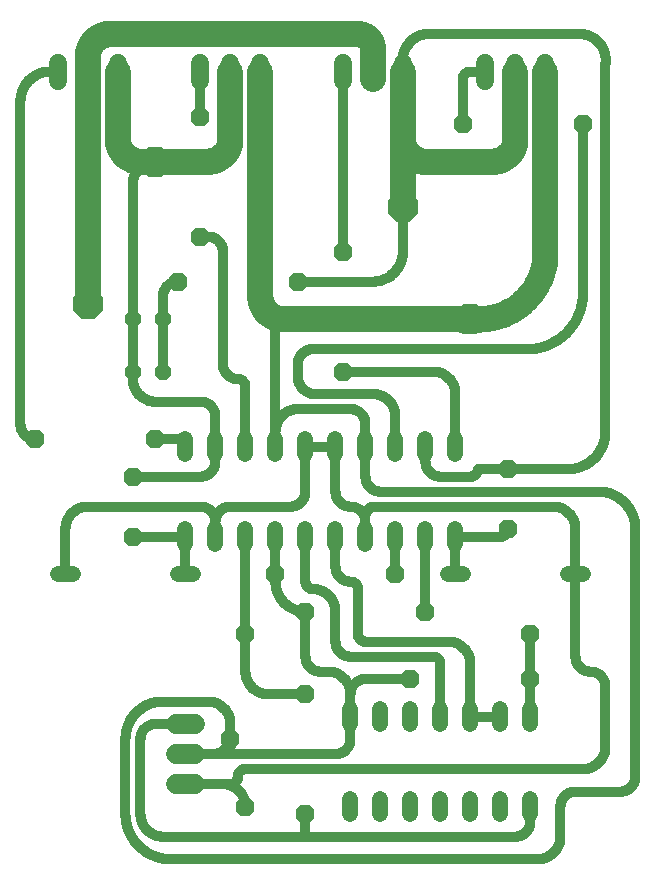
<source format=gbl>
G75*
%MOMM*%
%OFA0B0*%
%FSLAX33Y33*%
%IPPOS*%
%LPD*%
%AMOC8*
5,1,8,0,0,1.08239X$1,22.5*
%
%ADD10C,1.676*%
%ADD11C,1.321*%
%ADD12OC8,1.600*%
%ADD13OC8,1.321*%
%ADD14C,1.524*%
%ADD15OC8,2.540*%
%ADD16C,0.813*%
%ADD17C,0.610*%
%ADD18C,2.184*%
D10*
X19253Y08661D02*
X20930Y08661D01*
X20930Y11201D02*
X19253Y11201D01*
X19253Y13741D02*
X20930Y13741D01*
D11*
X20752Y26441D02*
X19431Y26441D01*
X20091Y28956D02*
X20091Y30277D01*
X22631Y30277D02*
X22631Y28956D01*
X25171Y28956D02*
X25171Y30277D01*
X27711Y30277D02*
X27711Y28956D01*
X30251Y28956D02*
X30251Y30277D01*
X32791Y30277D02*
X32791Y28956D01*
X35331Y28956D02*
X35331Y30277D01*
X37871Y30277D02*
X37871Y28956D01*
X40411Y28956D02*
X40411Y30277D01*
X42951Y30277D02*
X42951Y28956D01*
X42291Y26441D02*
X43612Y26441D01*
X42951Y36576D02*
X42951Y37897D01*
X40411Y37897D02*
X40411Y36576D01*
X37871Y36576D02*
X37871Y37897D01*
X35331Y37897D02*
X35331Y36576D01*
X32791Y36576D02*
X32791Y37897D01*
X30251Y37897D02*
X30251Y36576D01*
X27711Y36576D02*
X27711Y37897D01*
X25171Y37897D02*
X25171Y36576D01*
X22631Y36576D02*
X22631Y37897D01*
X20091Y37897D02*
X20091Y36576D01*
X10592Y26441D02*
X09271Y26441D01*
X34061Y15037D02*
X34061Y13716D01*
X36601Y13716D02*
X36601Y15037D01*
X39141Y15037D02*
X39141Y13716D01*
X41681Y13716D02*
X41681Y15037D01*
X44221Y15037D02*
X44221Y13716D01*
X46761Y13716D02*
X46761Y15037D01*
X49301Y15037D02*
X49301Y13716D01*
X49301Y07417D02*
X49301Y06096D01*
X46761Y06096D02*
X46761Y07417D01*
X44221Y07417D02*
X44221Y06096D01*
X41681Y06096D02*
X41681Y07417D01*
X39141Y07417D02*
X39141Y06096D01*
X36601Y06096D02*
X36601Y07417D01*
X34061Y07417D02*
X34061Y06096D01*
X52451Y26441D02*
X53772Y26441D01*
D12*
X49301Y21361D03*
X49301Y17551D03*
X40411Y23266D03*
X37871Y26441D03*
X39141Y17551D03*
X30251Y16281D03*
X25171Y21361D03*
X27711Y26441D03*
X30251Y23266D03*
X23901Y12471D03*
X25171Y06756D03*
X30251Y06121D03*
X15646Y29616D03*
X15646Y34696D03*
X17551Y37871D03*
X07391Y37871D03*
X19456Y51206D03*
X21361Y55016D03*
X29616Y51206D03*
X33426Y53746D03*
X33426Y43586D03*
X47396Y35331D03*
X47396Y30251D03*
X43586Y64541D03*
X53746Y64541D03*
X21361Y65176D03*
D13*
X18186Y48031D03*
X15646Y48031D03*
X15646Y43586D03*
X18186Y43586D03*
D14*
X21361Y68224D02*
X21361Y69748D01*
X23901Y69748D02*
X23901Y68224D01*
X26441Y68224D02*
X26441Y69748D01*
X33426Y69748D02*
X33426Y68224D01*
X35966Y68224D02*
X35966Y69748D01*
X38506Y69748D02*
X38506Y68224D01*
X45491Y68224D02*
X45491Y69748D01*
X48031Y69748D02*
X48031Y68224D01*
X50571Y68224D02*
X50571Y69748D01*
X14376Y69748D02*
X14376Y68224D01*
X11836Y68224D02*
X11836Y69748D01*
X09296Y69748D02*
X09296Y68224D01*
D15*
X17551Y61366D03*
X11836Y49301D03*
X38506Y57556D03*
X44221Y48031D03*
D16*
X15011Y12471D02*
X15011Y06121D01*
X16281Y06121D02*
X16281Y12471D01*
X16283Y12540D01*
X16288Y12608D01*
X16298Y12676D01*
X16311Y12744D01*
X16327Y12811D01*
X16347Y12877D01*
X16371Y12941D01*
X16398Y13004D01*
X16429Y13066D01*
X16463Y13126D01*
X16500Y13184D01*
X16540Y13240D01*
X16583Y13293D01*
X16629Y13344D01*
X16678Y13393D01*
X16729Y13439D01*
X16782Y13482D01*
X16838Y13522D01*
X16896Y13559D01*
X16956Y13593D01*
X17018Y13624D01*
X17081Y13651D01*
X17145Y13675D01*
X17211Y13695D01*
X17278Y13711D01*
X17346Y13724D01*
X17414Y13734D01*
X17482Y13739D01*
X17551Y13741D01*
X20091Y13741D01*
X21996Y15646D02*
X22081Y15644D01*
X22167Y15638D01*
X22252Y15629D01*
X22336Y15615D01*
X22420Y15598D01*
X22503Y15577D01*
X22585Y15553D01*
X22665Y15525D01*
X22745Y15493D01*
X22823Y15457D01*
X22899Y15419D01*
X22973Y15376D01*
X23045Y15331D01*
X23116Y15282D01*
X23184Y15230D01*
X23249Y15176D01*
X23312Y15118D01*
X23373Y15057D01*
X23431Y14994D01*
X23485Y14929D01*
X23537Y14861D01*
X23586Y14790D01*
X23631Y14718D01*
X23674Y14644D01*
X23712Y14568D01*
X23748Y14490D01*
X23780Y14410D01*
X23808Y14330D01*
X23832Y14248D01*
X23853Y14165D01*
X23870Y14081D01*
X23884Y13997D01*
X23893Y13912D01*
X23899Y13826D01*
X23901Y13741D01*
X23901Y13106D01*
X23901Y12471D02*
X23919Y12413D01*
X23933Y12354D01*
X23943Y12295D01*
X23950Y12234D01*
X23953Y12174D01*
X23952Y12113D01*
X23948Y12053D01*
X23940Y11992D01*
X23928Y11933D01*
X23913Y11874D01*
X23895Y11817D01*
X23872Y11760D01*
X23847Y11705D01*
X23818Y11652D01*
X23786Y11600D01*
X23751Y11550D01*
X23713Y11503D01*
X23673Y11458D01*
X23629Y11416D01*
X23584Y11376D01*
X23535Y11339D01*
X23485Y11305D01*
X23433Y11274D01*
X23379Y11247D01*
X23323Y11222D01*
X23266Y11202D01*
X23266Y11201D02*
X20091Y11201D01*
X22631Y11201D01*
X32791Y11201D01*
X32860Y11203D01*
X32928Y11208D01*
X32996Y11218D01*
X33064Y11231D01*
X33131Y11247D01*
X33197Y11267D01*
X33261Y11291D01*
X33324Y11318D01*
X33386Y11349D01*
X33446Y11383D01*
X33504Y11420D01*
X33560Y11460D01*
X33613Y11503D01*
X33664Y11549D01*
X33713Y11598D01*
X33759Y11649D01*
X33802Y11702D01*
X33842Y11758D01*
X33879Y11816D01*
X33913Y11876D01*
X33944Y11938D01*
X33971Y12001D01*
X33995Y12065D01*
X34015Y12131D01*
X34031Y12198D01*
X34044Y12266D01*
X34054Y12334D01*
X34059Y12402D01*
X34061Y12471D01*
X34061Y14376D01*
X34061Y16281D01*
X34063Y16350D01*
X34068Y16418D01*
X34078Y16486D01*
X34091Y16554D01*
X34107Y16621D01*
X34127Y16687D01*
X34151Y16751D01*
X34178Y16814D01*
X34209Y16876D01*
X34243Y16936D01*
X34280Y16994D01*
X34320Y17050D01*
X34363Y17103D01*
X34409Y17154D01*
X34458Y17203D01*
X34509Y17249D01*
X34562Y17292D01*
X34618Y17332D01*
X34676Y17369D01*
X34736Y17403D01*
X34798Y17434D01*
X34861Y17461D01*
X34925Y17485D01*
X34991Y17505D01*
X35058Y17521D01*
X35126Y17534D01*
X35194Y17544D01*
X35262Y17549D01*
X35331Y17551D01*
X39141Y17551D01*
X41046Y19456D02*
X41093Y19454D01*
X41141Y19449D01*
X41187Y19440D01*
X41233Y19428D01*
X41278Y19412D01*
X41322Y19393D01*
X41364Y19371D01*
X41404Y19346D01*
X41442Y19317D01*
X41478Y19286D01*
X41511Y19253D01*
X41542Y19217D01*
X41571Y19179D01*
X41596Y19139D01*
X41618Y19097D01*
X41637Y19053D01*
X41653Y19008D01*
X41665Y18962D01*
X41674Y18916D01*
X41679Y18868D01*
X41681Y18821D01*
X41681Y14376D01*
X44221Y14376D02*
X44221Y18821D01*
X44219Y18906D01*
X44213Y18992D01*
X44204Y19077D01*
X44190Y19161D01*
X44173Y19245D01*
X44152Y19328D01*
X44128Y19410D01*
X44100Y19490D01*
X44068Y19570D01*
X44032Y19648D01*
X43994Y19724D01*
X43951Y19798D01*
X43906Y19870D01*
X43857Y19941D01*
X43805Y20009D01*
X43751Y20074D01*
X43693Y20137D01*
X43632Y20198D01*
X43569Y20256D01*
X43504Y20310D01*
X43436Y20362D01*
X43365Y20411D01*
X43293Y20456D01*
X43219Y20499D01*
X43143Y20537D01*
X43065Y20573D01*
X42985Y20605D01*
X42905Y20633D01*
X42823Y20657D01*
X42740Y20678D01*
X42656Y20695D01*
X42572Y20709D01*
X42487Y20718D01*
X42401Y20724D01*
X42316Y20726D01*
X35331Y20726D01*
X35284Y20728D01*
X35236Y20733D01*
X35190Y20742D01*
X35144Y20754D01*
X35099Y20770D01*
X35055Y20789D01*
X35014Y20811D01*
X34973Y20836D01*
X34935Y20865D01*
X34899Y20896D01*
X34866Y20929D01*
X34835Y20965D01*
X34806Y21003D01*
X34781Y21044D01*
X34759Y21085D01*
X34740Y21129D01*
X34724Y21174D01*
X34712Y21220D01*
X34703Y21266D01*
X34698Y21314D01*
X34696Y21361D01*
X34696Y25171D01*
X34694Y25218D01*
X34689Y25266D01*
X34680Y25312D01*
X34668Y25358D01*
X34652Y25403D01*
X34633Y25447D01*
X34611Y25489D01*
X34586Y25529D01*
X34557Y25567D01*
X34526Y25603D01*
X34493Y25636D01*
X34457Y25667D01*
X34419Y25696D01*
X34379Y25721D01*
X34337Y25743D01*
X34293Y25762D01*
X34248Y25778D01*
X34202Y25790D01*
X34156Y25799D01*
X34108Y25804D01*
X34061Y25806D01*
X33992Y25808D01*
X33924Y25813D01*
X33856Y25823D01*
X33788Y25836D01*
X33721Y25852D01*
X33655Y25872D01*
X33591Y25896D01*
X33528Y25923D01*
X33466Y25954D01*
X33406Y25988D01*
X33348Y26025D01*
X33292Y26065D01*
X33239Y26108D01*
X33188Y26154D01*
X33139Y26203D01*
X33093Y26254D01*
X33050Y26307D01*
X33010Y26363D01*
X32973Y26421D01*
X32939Y26481D01*
X32908Y26543D01*
X32881Y26606D01*
X32857Y26670D01*
X32837Y26736D01*
X32821Y26803D01*
X32808Y26871D01*
X32798Y26939D01*
X32793Y27007D01*
X32791Y27076D01*
X32791Y29616D01*
X35331Y30886D02*
X35329Y30955D01*
X35324Y31023D01*
X35314Y31091D01*
X35301Y31159D01*
X35285Y31226D01*
X35265Y31292D01*
X35241Y31356D01*
X35214Y31419D01*
X35183Y31481D01*
X35149Y31541D01*
X35112Y31599D01*
X35072Y31655D01*
X35029Y31708D01*
X34983Y31759D01*
X34934Y31808D01*
X34883Y31854D01*
X34830Y31897D01*
X34774Y31937D01*
X34716Y31974D01*
X34656Y32008D01*
X34594Y32039D01*
X34531Y32066D01*
X34467Y32090D01*
X34401Y32110D01*
X34334Y32126D01*
X34266Y32139D01*
X34198Y32149D01*
X34130Y32154D01*
X34061Y32156D01*
X33992Y32158D01*
X33924Y32163D01*
X33856Y32173D01*
X33788Y32186D01*
X33721Y32202D01*
X33655Y32222D01*
X33591Y32246D01*
X33528Y32273D01*
X33466Y32304D01*
X33406Y32338D01*
X33348Y32375D01*
X33292Y32415D01*
X33239Y32458D01*
X33188Y32504D01*
X33139Y32553D01*
X33093Y32604D01*
X33050Y32657D01*
X33010Y32713D01*
X32973Y32771D01*
X32939Y32831D01*
X32908Y32893D01*
X32881Y32956D01*
X32857Y33020D01*
X32837Y33086D01*
X32821Y33153D01*
X32808Y33221D01*
X32798Y33289D01*
X32793Y33357D01*
X32791Y33426D01*
X32791Y37236D01*
X30251Y37236D01*
X30251Y33426D01*
X30249Y33357D01*
X30244Y33289D01*
X30234Y33221D01*
X30221Y33153D01*
X30205Y33086D01*
X30185Y33020D01*
X30161Y32956D01*
X30134Y32893D01*
X30103Y32831D01*
X30069Y32771D01*
X30032Y32713D01*
X29992Y32657D01*
X29949Y32604D01*
X29903Y32553D01*
X29854Y32504D01*
X29803Y32458D01*
X29750Y32415D01*
X29694Y32375D01*
X29636Y32338D01*
X29576Y32304D01*
X29514Y32273D01*
X29451Y32246D01*
X29387Y32222D01*
X29321Y32202D01*
X29254Y32186D01*
X29186Y32173D01*
X29118Y32163D01*
X29050Y32158D01*
X28981Y32156D01*
X23901Y32156D01*
X23832Y32154D01*
X23764Y32149D01*
X23696Y32139D01*
X23628Y32126D01*
X23561Y32110D01*
X23495Y32090D01*
X23431Y32066D01*
X23368Y32039D01*
X23306Y32008D01*
X23246Y31974D01*
X23188Y31937D01*
X23132Y31897D01*
X23079Y31854D01*
X23028Y31808D01*
X22979Y31759D01*
X22933Y31708D01*
X22890Y31655D01*
X22850Y31599D01*
X22813Y31541D01*
X22779Y31481D01*
X22748Y31419D01*
X22721Y31356D01*
X22697Y31292D01*
X22677Y31226D01*
X22661Y31159D01*
X22648Y31091D01*
X22638Y31023D01*
X22633Y30955D01*
X22631Y30886D01*
X22631Y29616D01*
X22631Y30886D02*
X22629Y30955D01*
X22624Y31023D01*
X22614Y31091D01*
X22601Y31159D01*
X22585Y31226D01*
X22565Y31292D01*
X22541Y31356D01*
X22514Y31419D01*
X22483Y31481D01*
X22449Y31541D01*
X22412Y31599D01*
X22372Y31655D01*
X22329Y31708D01*
X22283Y31759D01*
X22234Y31808D01*
X22183Y31854D01*
X22130Y31897D01*
X22074Y31937D01*
X22016Y31974D01*
X21956Y32008D01*
X21894Y32039D01*
X21831Y32066D01*
X21767Y32090D01*
X21701Y32110D01*
X21634Y32126D01*
X21566Y32139D01*
X21498Y32149D01*
X21430Y32154D01*
X21361Y32156D01*
X11836Y32156D01*
X11751Y32154D01*
X11665Y32148D01*
X11580Y32139D01*
X11496Y32125D01*
X11412Y32108D01*
X11329Y32087D01*
X11247Y32063D01*
X11167Y32035D01*
X11087Y32003D01*
X11009Y31967D01*
X10933Y31929D01*
X10859Y31886D01*
X10787Y31841D01*
X10716Y31792D01*
X10648Y31740D01*
X10583Y31686D01*
X10520Y31628D01*
X10459Y31567D01*
X10401Y31504D01*
X10347Y31439D01*
X10295Y31371D01*
X10246Y31300D01*
X10201Y31228D01*
X10158Y31154D01*
X10120Y31078D01*
X10084Y31000D01*
X10052Y30920D01*
X10024Y30840D01*
X10000Y30758D01*
X09979Y30675D01*
X09962Y30591D01*
X09948Y30507D01*
X09939Y30422D01*
X09933Y30336D01*
X09931Y30251D01*
X09931Y26441D01*
X15646Y29616D02*
X20091Y29616D01*
X20091Y26441D01*
X25171Y29616D02*
X25171Y20726D01*
X25171Y18186D01*
X25173Y18101D01*
X25179Y18015D01*
X25188Y17930D01*
X25202Y17846D01*
X25219Y17762D01*
X25240Y17679D01*
X25264Y17597D01*
X25292Y17517D01*
X25324Y17437D01*
X25360Y17359D01*
X25398Y17283D01*
X25441Y17209D01*
X25486Y17137D01*
X25535Y17066D01*
X25587Y16998D01*
X25641Y16933D01*
X25699Y16870D01*
X25760Y16809D01*
X25823Y16751D01*
X25888Y16697D01*
X25956Y16645D01*
X26027Y16596D01*
X26099Y16551D01*
X26173Y16508D01*
X26249Y16470D01*
X26327Y16434D01*
X26407Y16402D01*
X26487Y16374D01*
X26569Y16350D01*
X26652Y16329D01*
X26736Y16312D01*
X26820Y16298D01*
X26905Y16289D01*
X26991Y16283D01*
X27076Y16281D01*
X30251Y16281D01*
X31521Y18186D02*
X32156Y18186D01*
X31521Y18186D02*
X31452Y18188D01*
X31384Y18193D01*
X31316Y18203D01*
X31248Y18216D01*
X31181Y18232D01*
X31115Y18252D01*
X31051Y18276D01*
X30988Y18303D01*
X30926Y18334D01*
X30866Y18368D01*
X30808Y18405D01*
X30752Y18445D01*
X30699Y18488D01*
X30648Y18534D01*
X30599Y18583D01*
X30553Y18634D01*
X30510Y18687D01*
X30470Y18743D01*
X30433Y18801D01*
X30399Y18861D01*
X30368Y18923D01*
X30341Y18986D01*
X30317Y19050D01*
X30297Y19116D01*
X30281Y19183D01*
X30268Y19251D01*
X30258Y19319D01*
X30253Y19387D01*
X30251Y19456D01*
X30251Y23266D01*
X30886Y25171D02*
X30971Y25169D01*
X31057Y25163D01*
X31142Y25154D01*
X31226Y25140D01*
X31310Y25123D01*
X31393Y25102D01*
X31475Y25078D01*
X31555Y25050D01*
X31635Y25018D01*
X31713Y24982D01*
X31789Y24944D01*
X31863Y24901D01*
X31935Y24856D01*
X32006Y24807D01*
X32074Y24755D01*
X32139Y24701D01*
X32202Y24643D01*
X32263Y24582D01*
X32321Y24519D01*
X32375Y24454D01*
X32427Y24386D01*
X32476Y24315D01*
X32521Y24243D01*
X32564Y24169D01*
X32602Y24093D01*
X32638Y24015D01*
X32670Y23935D01*
X32698Y23855D01*
X32722Y23773D01*
X32743Y23690D01*
X32760Y23606D01*
X32774Y23522D01*
X32783Y23437D01*
X32789Y23351D01*
X32791Y23266D01*
X32791Y20726D01*
X32793Y20657D01*
X32798Y20589D01*
X32808Y20521D01*
X32821Y20453D01*
X32837Y20386D01*
X32857Y20320D01*
X32881Y20256D01*
X32908Y20193D01*
X32939Y20131D01*
X32973Y20071D01*
X33010Y20013D01*
X33050Y19957D01*
X33093Y19904D01*
X33139Y19853D01*
X33188Y19804D01*
X33239Y19758D01*
X33292Y19715D01*
X33348Y19675D01*
X33406Y19638D01*
X33466Y19604D01*
X33528Y19573D01*
X33591Y19546D01*
X33655Y19522D01*
X33721Y19502D01*
X33788Y19486D01*
X33856Y19473D01*
X33924Y19463D01*
X33992Y19458D01*
X34061Y19456D01*
X41046Y19456D01*
X40411Y23266D02*
X40411Y29616D01*
X37871Y29616D02*
X37871Y26441D01*
X35332Y30887D02*
X35314Y30945D01*
X35300Y31004D01*
X35290Y31063D01*
X35283Y31124D01*
X35280Y31184D01*
X35281Y31245D01*
X35285Y31305D01*
X35293Y31366D01*
X35305Y31425D01*
X35320Y31484D01*
X35338Y31541D01*
X35361Y31598D01*
X35386Y31653D01*
X35415Y31706D01*
X35447Y31758D01*
X35482Y31808D01*
X35520Y31855D01*
X35560Y31900D01*
X35604Y31942D01*
X35649Y31982D01*
X35698Y32019D01*
X35748Y32053D01*
X35800Y32084D01*
X35854Y32111D01*
X35910Y32136D01*
X35967Y32156D01*
X35966Y32156D02*
X51206Y32156D01*
X51291Y32154D01*
X51377Y32148D01*
X51462Y32139D01*
X51546Y32125D01*
X51630Y32108D01*
X51713Y32087D01*
X51795Y32063D01*
X51875Y32035D01*
X51955Y32003D01*
X52033Y31967D01*
X52109Y31929D01*
X52183Y31886D01*
X52255Y31841D01*
X52326Y31792D01*
X52394Y31740D01*
X52459Y31686D01*
X52522Y31628D01*
X52583Y31567D01*
X52641Y31504D01*
X52695Y31439D01*
X52747Y31371D01*
X52796Y31300D01*
X52841Y31228D01*
X52884Y31154D01*
X52922Y31078D01*
X52958Y31000D01*
X52990Y30920D01*
X53018Y30840D01*
X53042Y30758D01*
X53063Y30675D01*
X53080Y30591D01*
X53094Y30507D01*
X53103Y30422D01*
X53109Y30336D01*
X53111Y30251D01*
X53111Y26441D01*
X53111Y19456D01*
X53113Y19387D01*
X53118Y19319D01*
X53128Y19251D01*
X53141Y19183D01*
X53157Y19116D01*
X53177Y19050D01*
X53201Y18986D01*
X53228Y18923D01*
X53259Y18861D01*
X53293Y18801D01*
X53330Y18743D01*
X53370Y18687D01*
X53413Y18634D01*
X53459Y18583D01*
X53508Y18534D01*
X53559Y18488D01*
X53612Y18445D01*
X53668Y18405D01*
X53726Y18368D01*
X53786Y18334D01*
X53848Y18303D01*
X53911Y18276D01*
X53975Y18252D01*
X54041Y18232D01*
X54108Y18216D01*
X54176Y18203D01*
X54244Y18193D01*
X54312Y18188D01*
X54381Y18186D01*
X54450Y18184D01*
X54518Y18179D01*
X54586Y18169D01*
X54654Y18156D01*
X54721Y18140D01*
X54787Y18120D01*
X54851Y18096D01*
X54914Y18069D01*
X54976Y18038D01*
X55036Y18004D01*
X55094Y17967D01*
X55150Y17927D01*
X55203Y17884D01*
X55254Y17838D01*
X55303Y17789D01*
X55349Y17738D01*
X55392Y17685D01*
X55432Y17629D01*
X55469Y17571D01*
X55503Y17511D01*
X55534Y17449D01*
X55561Y17386D01*
X55585Y17322D01*
X55605Y17256D01*
X55621Y17189D01*
X55634Y17121D01*
X55644Y17053D01*
X55649Y16985D01*
X55651Y16916D01*
X55651Y11836D01*
X55649Y11751D01*
X55643Y11665D01*
X55634Y11580D01*
X55620Y11496D01*
X55603Y11412D01*
X55582Y11329D01*
X55558Y11247D01*
X55530Y11167D01*
X55498Y11087D01*
X55462Y11009D01*
X55424Y10933D01*
X55381Y10859D01*
X55336Y10787D01*
X55287Y10716D01*
X55235Y10648D01*
X55181Y10583D01*
X55123Y10520D01*
X55062Y10459D01*
X54999Y10401D01*
X54934Y10347D01*
X54866Y10295D01*
X54795Y10246D01*
X54723Y10201D01*
X54649Y10158D01*
X54573Y10120D01*
X54495Y10084D01*
X54415Y10052D01*
X54335Y10024D01*
X54253Y10000D01*
X54170Y09979D01*
X54086Y09962D01*
X54002Y09948D01*
X53917Y09939D01*
X53831Y09933D01*
X53746Y09931D01*
X25171Y09931D01*
X25124Y09929D01*
X25076Y09924D01*
X25030Y09915D01*
X24984Y09903D01*
X24939Y09887D01*
X24895Y09868D01*
X24854Y09846D01*
X24813Y09821D01*
X24775Y09792D01*
X24739Y09761D01*
X24706Y09728D01*
X24675Y09692D01*
X24646Y09654D01*
X24621Y09614D01*
X24599Y09572D01*
X24580Y09528D01*
X24564Y09483D01*
X24552Y09437D01*
X24543Y09391D01*
X24538Y09343D01*
X24536Y09296D01*
X24534Y09249D01*
X24529Y09201D01*
X24520Y09155D01*
X24508Y09109D01*
X24492Y09064D01*
X24473Y09020D01*
X24451Y08979D01*
X24426Y08938D01*
X24397Y08900D01*
X24366Y08864D01*
X24333Y08831D01*
X24297Y08800D01*
X24259Y08771D01*
X24219Y08746D01*
X24177Y08724D01*
X24133Y08705D01*
X24088Y08689D01*
X24042Y08677D01*
X23996Y08668D01*
X23948Y08663D01*
X23901Y08661D01*
X20091Y08661D01*
X23266Y08661D01*
X23351Y08659D01*
X23437Y08653D01*
X23522Y08644D01*
X23606Y08630D01*
X23690Y08613D01*
X23773Y08592D01*
X23855Y08568D01*
X23935Y08540D01*
X24015Y08508D01*
X24093Y08472D01*
X24169Y08434D01*
X24243Y08391D01*
X24315Y08346D01*
X24386Y08297D01*
X24454Y08245D01*
X24519Y08191D01*
X24582Y08133D01*
X24643Y08072D01*
X24701Y08009D01*
X24755Y07944D01*
X24807Y07876D01*
X24856Y07805D01*
X24901Y07733D01*
X24944Y07659D01*
X24982Y07583D01*
X25018Y07505D01*
X25050Y07425D01*
X25078Y07345D01*
X25102Y07263D01*
X25123Y07180D01*
X25140Y07096D01*
X25154Y07012D01*
X25163Y06927D01*
X25169Y06841D01*
X25171Y06756D01*
X30251Y06121D02*
X30251Y04216D01*
X18186Y04216D01*
X18821Y02311D02*
X49936Y02311D01*
X50021Y02313D01*
X50107Y02319D01*
X50192Y02328D01*
X50276Y02342D01*
X50360Y02359D01*
X50443Y02380D01*
X50525Y02404D01*
X50605Y02432D01*
X50685Y02464D01*
X50763Y02500D01*
X50839Y02538D01*
X50913Y02581D01*
X50985Y02626D01*
X51056Y02675D01*
X51124Y02727D01*
X51189Y02781D01*
X51252Y02839D01*
X51313Y02900D01*
X51371Y02963D01*
X51425Y03028D01*
X51477Y03096D01*
X51526Y03167D01*
X51571Y03239D01*
X51614Y03313D01*
X51652Y03389D01*
X51688Y03467D01*
X51720Y03547D01*
X51748Y03627D01*
X51772Y03709D01*
X51793Y03792D01*
X51810Y03876D01*
X51824Y03960D01*
X51833Y04045D01*
X51839Y04131D01*
X51841Y04216D01*
X51841Y06756D01*
X51843Y06825D01*
X51848Y06893D01*
X51858Y06961D01*
X51871Y07029D01*
X51887Y07096D01*
X51907Y07162D01*
X51931Y07226D01*
X51958Y07289D01*
X51989Y07351D01*
X52023Y07411D01*
X52060Y07469D01*
X52100Y07525D01*
X52143Y07578D01*
X52189Y07629D01*
X52238Y07678D01*
X52289Y07724D01*
X52342Y07767D01*
X52398Y07807D01*
X52456Y07844D01*
X52516Y07878D01*
X52578Y07909D01*
X52641Y07936D01*
X52705Y07960D01*
X52771Y07980D01*
X52838Y07996D01*
X52906Y08009D01*
X52974Y08019D01*
X53042Y08024D01*
X53111Y08026D01*
X56921Y08026D01*
X56990Y08028D01*
X57058Y08033D01*
X57126Y08043D01*
X57194Y08056D01*
X57261Y08072D01*
X57327Y08092D01*
X57391Y08116D01*
X57454Y08143D01*
X57516Y08174D01*
X57576Y08208D01*
X57634Y08245D01*
X57690Y08285D01*
X57743Y08328D01*
X57794Y08374D01*
X57843Y08423D01*
X57889Y08474D01*
X57932Y08527D01*
X57972Y08583D01*
X58009Y08641D01*
X58043Y08701D01*
X58074Y08763D01*
X58101Y08826D01*
X58125Y08890D01*
X58145Y08956D01*
X58161Y09023D01*
X58174Y09091D01*
X58184Y09159D01*
X58189Y09227D01*
X58191Y09296D01*
X58191Y30251D01*
X58189Y30362D01*
X58183Y30472D01*
X58174Y30583D01*
X58160Y30693D01*
X58143Y30802D01*
X58122Y30911D01*
X58097Y31019D01*
X58068Y31126D01*
X58036Y31232D01*
X58000Y31337D01*
X57960Y31440D01*
X57917Y31542D01*
X57870Y31643D01*
X57819Y31742D01*
X57766Y31839D01*
X57709Y31933D01*
X57648Y32026D01*
X57585Y32117D01*
X57518Y32206D01*
X57448Y32292D01*
X57375Y32375D01*
X57300Y32457D01*
X57222Y32535D01*
X57140Y32610D01*
X57057Y32683D01*
X56971Y32753D01*
X56882Y32820D01*
X56791Y32883D01*
X56698Y32944D01*
X56604Y33001D01*
X56507Y33054D01*
X56408Y33105D01*
X56307Y33152D01*
X56205Y33195D01*
X56102Y33235D01*
X55997Y33271D01*
X55891Y33303D01*
X55784Y33332D01*
X55676Y33357D01*
X55567Y33378D01*
X55458Y33395D01*
X55348Y33409D01*
X55237Y33418D01*
X55127Y33424D01*
X55016Y33426D01*
X36601Y33426D01*
X36532Y33428D01*
X36464Y33433D01*
X36396Y33443D01*
X36328Y33456D01*
X36261Y33472D01*
X36196Y33492D01*
X36131Y33516D01*
X36068Y33543D01*
X36006Y33574D01*
X35946Y33608D01*
X35888Y33645D01*
X35832Y33685D01*
X35779Y33728D01*
X35728Y33774D01*
X35679Y33823D01*
X35633Y33874D01*
X35590Y33927D01*
X35550Y33983D01*
X35513Y34041D01*
X35479Y34101D01*
X35448Y34163D01*
X35421Y34226D01*
X35397Y34291D01*
X35377Y34356D01*
X35361Y34423D01*
X35348Y34491D01*
X35338Y34559D01*
X35333Y34627D01*
X35331Y34696D01*
X35331Y37236D01*
X35331Y39141D01*
X37871Y39776D02*
X37869Y39861D01*
X37863Y39947D01*
X37854Y40032D01*
X37840Y40116D01*
X37823Y40200D01*
X37802Y40283D01*
X37778Y40365D01*
X37750Y40445D01*
X37718Y40525D01*
X37682Y40603D01*
X37644Y40679D01*
X37601Y40753D01*
X37556Y40825D01*
X37507Y40896D01*
X37455Y40964D01*
X37401Y41029D01*
X37343Y41092D01*
X37282Y41153D01*
X37219Y41211D01*
X37154Y41265D01*
X37086Y41317D01*
X37015Y41366D01*
X36943Y41411D01*
X36869Y41454D01*
X36793Y41492D01*
X36715Y41528D01*
X36635Y41560D01*
X36555Y41588D01*
X36473Y41612D01*
X36390Y41633D01*
X36306Y41650D01*
X36222Y41664D01*
X36137Y41673D01*
X36051Y41679D01*
X35966Y41681D01*
X31521Y41681D01*
X31522Y41681D02*
X31443Y41668D01*
X31364Y41658D01*
X31285Y41652D01*
X31206Y41650D01*
X31126Y41652D01*
X31047Y41658D01*
X30968Y41667D01*
X30890Y41681D01*
X30812Y41698D01*
X30736Y41719D01*
X30660Y41744D01*
X30586Y41773D01*
X30513Y41805D01*
X30442Y41840D01*
X30373Y41879D01*
X30306Y41922D01*
X30241Y41968D01*
X30178Y42016D01*
X30118Y42068D01*
X30060Y42123D01*
X30006Y42180D01*
X29954Y42241D01*
X29905Y42303D01*
X29859Y42368D01*
X29816Y42435D01*
X29777Y42504D01*
X29741Y42575D01*
X29709Y42648D01*
X29680Y42722D01*
X29655Y42797D01*
X29634Y42874D01*
X29616Y42951D01*
X29616Y44221D01*
X29618Y44290D01*
X29623Y44358D01*
X29633Y44426D01*
X29646Y44494D01*
X29662Y44561D01*
X29682Y44627D01*
X29706Y44691D01*
X29733Y44754D01*
X29764Y44816D01*
X29798Y44876D01*
X29835Y44934D01*
X29875Y44990D01*
X29918Y45043D01*
X29964Y45094D01*
X30013Y45143D01*
X30064Y45189D01*
X30117Y45232D01*
X30173Y45272D01*
X30231Y45309D01*
X30291Y45343D01*
X30353Y45374D01*
X30416Y45401D01*
X30480Y45425D01*
X30546Y45445D01*
X30613Y45461D01*
X30681Y45474D01*
X30749Y45484D01*
X30817Y45489D01*
X30886Y45491D01*
X48666Y45491D01*
X48667Y45492D02*
X48803Y45484D01*
X48939Y45481D01*
X49075Y45482D01*
X49211Y45486D01*
X49348Y45495D01*
X49483Y45507D01*
X49619Y45523D01*
X49753Y45543D01*
X49888Y45567D01*
X50021Y45595D01*
X50154Y45627D01*
X50285Y45662D01*
X50416Y45701D01*
X50545Y45744D01*
X50674Y45790D01*
X50800Y45840D01*
X50926Y45894D01*
X51049Y45951D01*
X51171Y46012D01*
X51292Y46076D01*
X51410Y46144D01*
X51526Y46214D01*
X51641Y46289D01*
X51753Y46366D01*
X51863Y46447D01*
X51970Y46531D01*
X52075Y46617D01*
X52178Y46707D01*
X52278Y46800D01*
X52375Y46895D01*
X52470Y46994D01*
X52562Y47094D01*
X52650Y47198D01*
X52736Y47304D01*
X52819Y47412D01*
X52898Y47523D01*
X52975Y47636D01*
X53048Y47751D01*
X53118Y47868D01*
X53184Y47987D01*
X53247Y48108D01*
X53307Y48230D01*
X53363Y48355D01*
X53415Y48480D01*
X53464Y48608D01*
X53509Y48736D01*
X53551Y48866D01*
X53589Y48997D01*
X53623Y49129D01*
X53653Y49262D01*
X53679Y49396D01*
X53702Y49530D01*
X53721Y49665D01*
X53735Y49801D01*
X53746Y49937D01*
X53746Y49936D02*
X53746Y64541D01*
X55651Y69621D02*
X55651Y38506D01*
X55649Y38395D01*
X55643Y38285D01*
X55634Y38174D01*
X55620Y38064D01*
X55603Y37955D01*
X55582Y37846D01*
X55557Y37738D01*
X55528Y37631D01*
X55496Y37525D01*
X55460Y37420D01*
X55420Y37317D01*
X55377Y37215D01*
X55330Y37114D01*
X55279Y37015D01*
X55226Y36918D01*
X55169Y36824D01*
X55108Y36731D01*
X55045Y36640D01*
X54978Y36551D01*
X54908Y36465D01*
X54835Y36382D01*
X54760Y36300D01*
X54682Y36222D01*
X54600Y36147D01*
X54517Y36074D01*
X54431Y36004D01*
X54342Y35937D01*
X54251Y35874D01*
X54158Y35813D01*
X54063Y35756D01*
X53967Y35703D01*
X53868Y35652D01*
X53767Y35605D01*
X53665Y35562D01*
X53562Y35522D01*
X53457Y35486D01*
X53351Y35454D01*
X53244Y35425D01*
X53136Y35400D01*
X53027Y35379D01*
X52918Y35362D01*
X52808Y35348D01*
X52697Y35339D01*
X52587Y35333D01*
X52476Y35331D01*
X47396Y35331D01*
X44856Y35331D01*
X44854Y35284D01*
X44849Y35236D01*
X44840Y35190D01*
X44828Y35144D01*
X44812Y35099D01*
X44793Y35055D01*
X44771Y35014D01*
X44746Y34973D01*
X44717Y34935D01*
X44686Y34899D01*
X44653Y34866D01*
X44617Y34835D01*
X44579Y34806D01*
X44539Y34781D01*
X44497Y34759D01*
X44453Y34740D01*
X44408Y34724D01*
X44362Y34712D01*
X44316Y34703D01*
X44268Y34698D01*
X44221Y34696D01*
X41681Y34696D01*
X41612Y34698D01*
X41544Y34703D01*
X41476Y34713D01*
X41408Y34726D01*
X41341Y34742D01*
X41276Y34762D01*
X41211Y34786D01*
X41148Y34813D01*
X41086Y34844D01*
X41026Y34878D01*
X40968Y34915D01*
X40912Y34955D01*
X40859Y34998D01*
X40808Y35044D01*
X40759Y35093D01*
X40713Y35144D01*
X40670Y35197D01*
X40630Y35253D01*
X40593Y35311D01*
X40559Y35371D01*
X40528Y35433D01*
X40501Y35496D01*
X40477Y35561D01*
X40457Y35626D01*
X40441Y35693D01*
X40428Y35761D01*
X40418Y35829D01*
X40413Y35897D01*
X40411Y35966D01*
X40411Y37236D01*
X37871Y37236D02*
X37871Y39776D01*
X41046Y43586D02*
X41131Y43584D01*
X41217Y43578D01*
X41302Y43569D01*
X41386Y43555D01*
X41470Y43538D01*
X41553Y43517D01*
X41635Y43493D01*
X41715Y43465D01*
X41795Y43433D01*
X41873Y43397D01*
X41949Y43359D01*
X42023Y43316D01*
X42095Y43271D01*
X42166Y43222D01*
X42234Y43170D01*
X42299Y43116D01*
X42362Y43058D01*
X42423Y42997D01*
X42481Y42934D01*
X42535Y42869D01*
X42587Y42801D01*
X42636Y42730D01*
X42681Y42658D01*
X42724Y42584D01*
X42762Y42508D01*
X42798Y42430D01*
X42830Y42350D01*
X42858Y42270D01*
X42882Y42188D01*
X42903Y42105D01*
X42920Y42021D01*
X42934Y41937D01*
X42943Y41852D01*
X42949Y41766D01*
X42951Y41681D01*
X42951Y37236D01*
X41046Y43586D02*
X33426Y43586D01*
X34061Y40411D02*
X29616Y40411D01*
X29531Y40409D01*
X29445Y40403D01*
X29360Y40394D01*
X29276Y40380D01*
X29192Y40363D01*
X29109Y40342D01*
X29027Y40318D01*
X28947Y40290D01*
X28867Y40258D01*
X28789Y40222D01*
X28713Y40184D01*
X28639Y40141D01*
X28567Y40096D01*
X28496Y40047D01*
X28428Y39995D01*
X28363Y39941D01*
X28300Y39883D01*
X28239Y39822D01*
X28181Y39759D01*
X28127Y39694D01*
X28075Y39626D01*
X28026Y39555D01*
X27981Y39483D01*
X27938Y39409D01*
X27900Y39333D01*
X27864Y39255D01*
X27832Y39175D01*
X27804Y39095D01*
X27780Y39013D01*
X27759Y38930D01*
X27742Y38846D01*
X27728Y38762D01*
X27719Y38677D01*
X27713Y38591D01*
X27711Y38506D01*
X27711Y37236D01*
X27711Y47396D01*
X29616Y51206D02*
X35966Y51206D01*
X36066Y51208D01*
X36165Y51214D01*
X36265Y51224D01*
X36363Y51237D01*
X36462Y51255D01*
X36559Y51276D01*
X36655Y51301D01*
X36751Y51330D01*
X36845Y51363D01*
X36938Y51399D01*
X37029Y51439D01*
X37119Y51483D01*
X37207Y51530D01*
X37293Y51580D01*
X37377Y51634D01*
X37459Y51691D01*
X37538Y51751D01*
X37616Y51815D01*
X37690Y51881D01*
X37762Y51950D01*
X37831Y52022D01*
X37897Y52096D01*
X37961Y52174D01*
X38021Y52253D01*
X38078Y52335D01*
X38132Y52419D01*
X38182Y52505D01*
X38229Y52593D01*
X38273Y52683D01*
X38313Y52774D01*
X38349Y52867D01*
X38382Y52961D01*
X38411Y53057D01*
X38436Y53153D01*
X38457Y53250D01*
X38475Y53349D01*
X38488Y53447D01*
X38498Y53547D01*
X38504Y53646D01*
X38506Y53746D01*
X38506Y57556D01*
X38506Y59461D02*
X38508Y59546D01*
X38514Y59632D01*
X38523Y59717D01*
X38537Y59801D01*
X38554Y59885D01*
X38575Y59968D01*
X38599Y60050D01*
X38627Y60130D01*
X38659Y60210D01*
X38695Y60288D01*
X38733Y60364D01*
X38776Y60438D01*
X38821Y60510D01*
X38870Y60581D01*
X38922Y60649D01*
X38976Y60714D01*
X39034Y60777D01*
X39095Y60838D01*
X39158Y60896D01*
X39223Y60950D01*
X39291Y61002D01*
X39362Y61051D01*
X39434Y61096D01*
X39508Y61139D01*
X39584Y61177D01*
X39662Y61213D01*
X39742Y61245D01*
X39822Y61273D01*
X39904Y61297D01*
X39987Y61318D01*
X40071Y61335D01*
X40155Y61349D01*
X40240Y61358D01*
X40326Y61364D01*
X40411Y61366D01*
X43586Y64541D02*
X43586Y68351D01*
X43588Y68398D01*
X43593Y68446D01*
X43602Y68492D01*
X43614Y68538D01*
X43630Y68583D01*
X43649Y68627D01*
X43671Y68669D01*
X43696Y68709D01*
X43725Y68747D01*
X43756Y68783D01*
X43789Y68816D01*
X43825Y68847D01*
X43863Y68876D01*
X43904Y68901D01*
X43945Y68923D01*
X43989Y68942D01*
X44034Y68958D01*
X44080Y68970D01*
X44126Y68979D01*
X44174Y68984D01*
X44221Y68986D01*
X45491Y68986D01*
X41046Y72161D02*
X53746Y72161D01*
X53838Y72146D01*
X53929Y72128D01*
X54019Y72105D01*
X54108Y72079D01*
X54196Y72049D01*
X54282Y72015D01*
X54367Y71978D01*
X54451Y71938D01*
X54533Y71894D01*
X54612Y71847D01*
X54690Y71796D01*
X54766Y71742D01*
X54839Y71686D01*
X54910Y71626D01*
X54979Y71563D01*
X55045Y71498D01*
X55108Y71430D01*
X55168Y71359D01*
X55225Y71286D01*
X55279Y71211D01*
X55330Y71133D01*
X55378Y71054D01*
X55422Y70972D01*
X55463Y70889D01*
X55501Y70804D01*
X55535Y70718D01*
X55565Y70630D01*
X55592Y70541D01*
X55615Y70451D01*
X55634Y70360D01*
X55650Y70269D01*
X55661Y70177D01*
X55669Y70084D01*
X55673Y69992D01*
X55674Y69899D01*
X55670Y69806D01*
X55663Y69714D01*
X55651Y69622D01*
X41046Y72161D02*
X40954Y72173D01*
X40862Y72180D01*
X40769Y72184D01*
X40676Y72183D01*
X40584Y72179D01*
X40491Y72171D01*
X40399Y72160D01*
X40308Y72144D01*
X40217Y72125D01*
X40127Y72102D01*
X40038Y72075D01*
X39950Y72045D01*
X39864Y72011D01*
X39779Y71973D01*
X39696Y71932D01*
X39614Y71888D01*
X39535Y71840D01*
X39457Y71789D01*
X39382Y71735D01*
X39309Y71678D01*
X39238Y71618D01*
X39170Y71555D01*
X39105Y71489D01*
X39042Y71420D01*
X38982Y71349D01*
X38926Y71276D01*
X38872Y71200D01*
X38821Y71122D01*
X38774Y71043D01*
X38730Y70961D01*
X38690Y70877D01*
X38653Y70792D01*
X38619Y70706D01*
X38589Y70618D01*
X38563Y70529D01*
X38540Y70439D01*
X38522Y70348D01*
X38507Y70256D01*
X38506Y70256D02*
X38506Y67716D01*
X33426Y68986D02*
X33426Y53746D01*
X23266Y44221D02*
X23268Y44152D01*
X23273Y44084D01*
X23283Y44016D01*
X23296Y43948D01*
X23312Y43881D01*
X23332Y43815D01*
X23356Y43751D01*
X23383Y43688D01*
X23414Y43626D01*
X23448Y43566D01*
X23485Y43508D01*
X23525Y43452D01*
X23568Y43399D01*
X23614Y43348D01*
X23663Y43299D01*
X23714Y43253D01*
X23767Y43210D01*
X23823Y43170D01*
X23881Y43133D01*
X23941Y43099D01*
X24003Y43068D01*
X24066Y43041D01*
X24130Y43017D01*
X24196Y42997D01*
X24263Y42981D01*
X24331Y42968D01*
X24399Y42958D01*
X24467Y42953D01*
X24536Y42951D01*
X24583Y42949D01*
X24631Y42944D01*
X24677Y42935D01*
X24723Y42923D01*
X24768Y42907D01*
X24812Y42888D01*
X24854Y42866D01*
X24894Y42841D01*
X24932Y42812D01*
X24968Y42781D01*
X25001Y42748D01*
X25032Y42712D01*
X25061Y42674D01*
X25086Y42634D01*
X25108Y42592D01*
X25127Y42548D01*
X25143Y42503D01*
X25155Y42457D01*
X25164Y42411D01*
X25169Y42363D01*
X25171Y42316D01*
X25171Y37236D01*
X22631Y37236D02*
X22631Y35966D01*
X22629Y35897D01*
X22624Y35829D01*
X22614Y35761D01*
X22601Y35693D01*
X22585Y35626D01*
X22565Y35560D01*
X22541Y35496D01*
X22514Y35433D01*
X22483Y35371D01*
X22449Y35311D01*
X22412Y35253D01*
X22372Y35197D01*
X22329Y35144D01*
X22283Y35093D01*
X22234Y35044D01*
X22183Y34998D01*
X22130Y34955D01*
X22074Y34915D01*
X22016Y34878D01*
X21956Y34844D01*
X21894Y34813D01*
X21831Y34786D01*
X21767Y34762D01*
X21701Y34742D01*
X21634Y34726D01*
X21566Y34713D01*
X21498Y34703D01*
X21430Y34698D01*
X21361Y34696D01*
X15646Y34696D01*
X17551Y37871D02*
X19456Y37871D01*
X19503Y37869D01*
X19551Y37864D01*
X19597Y37855D01*
X19643Y37843D01*
X19688Y37827D01*
X19732Y37808D01*
X19774Y37786D01*
X19814Y37761D01*
X19852Y37732D01*
X19888Y37701D01*
X19921Y37668D01*
X19952Y37632D01*
X19981Y37594D01*
X20006Y37554D01*
X20028Y37512D01*
X20047Y37468D01*
X20063Y37423D01*
X20075Y37377D01*
X20084Y37331D01*
X20089Y37283D01*
X20091Y37236D01*
X22631Y39776D02*
X22629Y39845D01*
X22624Y39913D01*
X22614Y39981D01*
X22601Y40049D01*
X22585Y40116D01*
X22565Y40182D01*
X22541Y40246D01*
X22514Y40309D01*
X22483Y40371D01*
X22449Y40431D01*
X22412Y40489D01*
X22372Y40545D01*
X22329Y40598D01*
X22283Y40649D01*
X22234Y40698D01*
X22183Y40744D01*
X22130Y40787D01*
X22074Y40827D01*
X22016Y40864D01*
X21956Y40898D01*
X21894Y40929D01*
X21831Y40956D01*
X21767Y40980D01*
X21701Y41000D01*
X21634Y41016D01*
X21566Y41029D01*
X21498Y41039D01*
X21430Y41044D01*
X21361Y41046D01*
X17551Y41046D01*
X17466Y41048D01*
X17380Y41054D01*
X17295Y41063D01*
X17211Y41077D01*
X17127Y41094D01*
X17044Y41115D01*
X16962Y41139D01*
X16882Y41167D01*
X16802Y41199D01*
X16724Y41235D01*
X16648Y41273D01*
X16574Y41316D01*
X16502Y41361D01*
X16431Y41410D01*
X16363Y41462D01*
X16298Y41516D01*
X16235Y41574D01*
X16174Y41635D01*
X16116Y41698D01*
X16062Y41763D01*
X16010Y41831D01*
X15961Y41902D01*
X15916Y41974D01*
X15873Y42048D01*
X15835Y42124D01*
X15799Y42202D01*
X15767Y42282D01*
X15739Y42362D01*
X15715Y42444D01*
X15694Y42527D01*
X15677Y42611D01*
X15663Y42695D01*
X15654Y42780D01*
X15648Y42866D01*
X15646Y42951D01*
X15646Y43586D01*
X15646Y48031D01*
X15646Y59461D01*
X15648Y59546D01*
X15654Y59632D01*
X15663Y59717D01*
X15677Y59801D01*
X15694Y59885D01*
X15715Y59968D01*
X15739Y60050D01*
X15767Y60130D01*
X15799Y60210D01*
X15835Y60288D01*
X15873Y60364D01*
X15916Y60438D01*
X15961Y60510D01*
X16010Y60581D01*
X16062Y60649D01*
X16116Y60714D01*
X16174Y60777D01*
X16235Y60838D01*
X16298Y60896D01*
X16363Y60950D01*
X16431Y61002D01*
X16502Y61051D01*
X16574Y61096D01*
X16648Y61139D01*
X16724Y61177D01*
X16802Y61213D01*
X16882Y61245D01*
X16962Y61273D01*
X17044Y61297D01*
X17127Y61318D01*
X17211Y61335D01*
X17295Y61349D01*
X17380Y61358D01*
X17466Y61364D01*
X17551Y61366D01*
X21361Y65176D02*
X21361Y68986D01*
X21361Y55016D02*
X21996Y55016D01*
X22065Y55014D01*
X22133Y55009D01*
X22201Y54999D01*
X22269Y54986D01*
X22336Y54970D01*
X22402Y54950D01*
X22466Y54926D01*
X22529Y54899D01*
X22591Y54868D01*
X22651Y54834D01*
X22709Y54797D01*
X22765Y54757D01*
X22818Y54714D01*
X22869Y54668D01*
X22918Y54619D01*
X22964Y54568D01*
X23007Y54515D01*
X23047Y54459D01*
X23084Y54401D01*
X23118Y54341D01*
X23149Y54279D01*
X23176Y54216D01*
X23200Y54152D01*
X23220Y54086D01*
X23236Y54019D01*
X23249Y53951D01*
X23259Y53883D01*
X23264Y53815D01*
X23266Y53746D01*
X23266Y44221D01*
X22631Y39776D02*
X22631Y37236D01*
X18186Y43586D02*
X18186Y48031D01*
X18186Y49936D01*
X18188Y50005D01*
X18193Y50073D01*
X18203Y50141D01*
X18216Y50209D01*
X18232Y50276D01*
X18252Y50342D01*
X18276Y50406D01*
X18303Y50469D01*
X18334Y50531D01*
X18368Y50591D01*
X18405Y50649D01*
X18445Y50705D01*
X18488Y50758D01*
X18534Y50809D01*
X18583Y50858D01*
X18634Y50904D01*
X18687Y50947D01*
X18743Y50987D01*
X18801Y51024D01*
X18861Y51058D01*
X18923Y51089D01*
X18986Y51116D01*
X19050Y51140D01*
X19116Y51160D01*
X19183Y51176D01*
X19251Y51189D01*
X19319Y51199D01*
X19387Y51204D01*
X19456Y51206D01*
X29616Y40411D02*
X29531Y40409D01*
X29445Y40403D01*
X29360Y40394D01*
X29276Y40380D01*
X29192Y40363D01*
X29109Y40342D01*
X29027Y40318D01*
X28947Y40290D01*
X28867Y40258D01*
X28789Y40222D01*
X28713Y40184D01*
X28639Y40141D01*
X28567Y40096D01*
X28496Y40047D01*
X28428Y39995D01*
X28363Y39941D01*
X28300Y39883D01*
X28239Y39822D01*
X28181Y39759D01*
X28127Y39694D01*
X28075Y39626D01*
X28026Y39555D01*
X27981Y39483D01*
X27938Y39409D01*
X27900Y39333D01*
X27864Y39255D01*
X27832Y39175D01*
X27804Y39095D01*
X27780Y39013D01*
X27759Y38930D01*
X27742Y38846D01*
X27728Y38762D01*
X27719Y38677D01*
X27713Y38591D01*
X27711Y38506D01*
X34061Y40411D02*
X34130Y40409D01*
X34198Y40404D01*
X34266Y40394D01*
X34334Y40381D01*
X34401Y40365D01*
X34467Y40345D01*
X34531Y40321D01*
X34594Y40294D01*
X34656Y40263D01*
X34716Y40229D01*
X34774Y40192D01*
X34830Y40152D01*
X34883Y40109D01*
X34934Y40063D01*
X34983Y40014D01*
X35029Y39963D01*
X35072Y39910D01*
X35112Y39854D01*
X35149Y39796D01*
X35183Y39736D01*
X35214Y39674D01*
X35241Y39611D01*
X35265Y39547D01*
X35285Y39481D01*
X35301Y39414D01*
X35314Y39346D01*
X35324Y39278D01*
X35329Y39210D01*
X35331Y39141D01*
X35329Y39210D01*
X35324Y39278D01*
X35314Y39346D01*
X35301Y39414D01*
X35285Y39481D01*
X35265Y39547D01*
X35241Y39611D01*
X35214Y39674D01*
X35183Y39736D01*
X35149Y39796D01*
X35112Y39854D01*
X35072Y39910D01*
X35029Y39963D01*
X34983Y40014D01*
X34934Y40063D01*
X34883Y40109D01*
X34830Y40152D01*
X34774Y40192D01*
X34716Y40229D01*
X34656Y40263D01*
X34594Y40294D01*
X34531Y40321D01*
X34467Y40345D01*
X34401Y40365D01*
X34334Y40381D01*
X34266Y40394D01*
X34198Y40404D01*
X34130Y40409D01*
X34061Y40411D01*
X30251Y29616D02*
X30251Y25806D01*
X27711Y25806D02*
X27713Y25706D01*
X27719Y25607D01*
X27729Y25507D01*
X27742Y25409D01*
X27760Y25310D01*
X27781Y25213D01*
X27806Y25117D01*
X27835Y25021D01*
X27868Y24927D01*
X27904Y24834D01*
X27944Y24743D01*
X27988Y24653D01*
X28035Y24565D01*
X28085Y24479D01*
X28139Y24395D01*
X28196Y24313D01*
X28256Y24234D01*
X28320Y24156D01*
X28386Y24082D01*
X28455Y24010D01*
X28527Y23941D01*
X28601Y23875D01*
X28679Y23811D01*
X28758Y23751D01*
X28840Y23694D01*
X28924Y23640D01*
X29010Y23590D01*
X29098Y23543D01*
X29188Y23499D01*
X29279Y23459D01*
X29372Y23423D01*
X29466Y23390D01*
X29562Y23361D01*
X29658Y23336D01*
X29755Y23315D01*
X29854Y23297D01*
X29952Y23284D01*
X30052Y23274D01*
X30151Y23268D01*
X30251Y23266D01*
X30886Y25171D02*
X30839Y25173D01*
X30791Y25178D01*
X30745Y25187D01*
X30699Y25199D01*
X30654Y25215D01*
X30610Y25234D01*
X30569Y25256D01*
X30528Y25281D01*
X30490Y25310D01*
X30454Y25341D01*
X30421Y25374D01*
X30390Y25410D01*
X30361Y25448D01*
X30336Y25489D01*
X30314Y25530D01*
X30295Y25574D01*
X30279Y25619D01*
X30267Y25665D01*
X30258Y25711D01*
X30253Y25759D01*
X30251Y25806D01*
X27711Y25806D02*
X27711Y26441D01*
X27711Y29616D01*
X25171Y21361D02*
X25171Y20726D01*
X21996Y15646D02*
X18186Y15646D01*
X18075Y15644D01*
X17965Y15638D01*
X17854Y15629D01*
X17744Y15615D01*
X17635Y15598D01*
X17526Y15577D01*
X17418Y15552D01*
X17311Y15523D01*
X17205Y15491D01*
X17100Y15455D01*
X16997Y15415D01*
X16895Y15372D01*
X16794Y15325D01*
X16695Y15274D01*
X16599Y15221D01*
X16504Y15164D01*
X16411Y15103D01*
X16320Y15040D01*
X16231Y14973D01*
X16145Y14903D01*
X16062Y14830D01*
X15980Y14755D01*
X15902Y14677D01*
X15827Y14595D01*
X15754Y14512D01*
X15684Y14426D01*
X15617Y14337D01*
X15554Y14246D01*
X15493Y14153D01*
X15436Y14058D01*
X15383Y13962D01*
X15332Y13863D01*
X15285Y13762D01*
X15242Y13660D01*
X15202Y13557D01*
X15166Y13452D01*
X15134Y13346D01*
X15105Y13239D01*
X15080Y13131D01*
X15059Y13022D01*
X15042Y12913D01*
X15028Y12803D01*
X15019Y12692D01*
X15013Y12582D01*
X15011Y12471D01*
X16281Y06121D02*
X16283Y06036D01*
X16289Y05950D01*
X16298Y05865D01*
X16312Y05781D01*
X16329Y05697D01*
X16350Y05614D01*
X16374Y05532D01*
X16402Y05452D01*
X16434Y05372D01*
X16470Y05294D01*
X16508Y05218D01*
X16551Y05144D01*
X16596Y05072D01*
X16645Y05001D01*
X16697Y04933D01*
X16751Y04868D01*
X16809Y04805D01*
X16870Y04744D01*
X16933Y04686D01*
X16998Y04632D01*
X17066Y04580D01*
X17137Y04531D01*
X17209Y04486D01*
X17283Y04443D01*
X17359Y04405D01*
X17437Y04369D01*
X17517Y04337D01*
X17597Y04309D01*
X17679Y04285D01*
X17762Y04264D01*
X17846Y04247D01*
X17930Y04233D01*
X18015Y04224D01*
X18101Y04218D01*
X18186Y04216D01*
X18821Y02311D02*
X18699Y02313D01*
X18577Y02319D01*
X18455Y02329D01*
X18334Y02342D01*
X18213Y02360D01*
X18093Y02381D01*
X17973Y02407D01*
X17855Y02436D01*
X17737Y02468D01*
X17620Y02505D01*
X17505Y02545D01*
X17391Y02589D01*
X17279Y02637D01*
X17168Y02688D01*
X17059Y02743D01*
X16951Y02801D01*
X16846Y02863D01*
X16743Y02928D01*
X16641Y02996D01*
X16542Y03068D01*
X16446Y03142D01*
X16351Y03220D01*
X16260Y03301D01*
X16170Y03384D01*
X16084Y03470D01*
X16001Y03560D01*
X15920Y03651D01*
X15842Y03746D01*
X15768Y03842D01*
X15696Y03941D01*
X15628Y04043D01*
X15563Y04146D01*
X15501Y04251D01*
X15443Y04359D01*
X15388Y04468D01*
X15337Y04579D01*
X15289Y04691D01*
X15245Y04805D01*
X15205Y04920D01*
X15168Y05037D01*
X15136Y05155D01*
X15107Y05273D01*
X15081Y05393D01*
X15060Y05513D01*
X15042Y05634D01*
X15029Y05755D01*
X15019Y05877D01*
X15013Y05999D01*
X15011Y06121D01*
X22632Y11201D02*
X22709Y11219D01*
X22786Y11240D01*
X22861Y11265D01*
X22935Y11294D01*
X23008Y11326D01*
X23079Y11362D01*
X23148Y11401D01*
X23215Y11444D01*
X23280Y11490D01*
X23342Y11539D01*
X23403Y11591D01*
X23460Y11645D01*
X23515Y11703D01*
X23567Y11763D01*
X23615Y11826D01*
X23661Y11891D01*
X23704Y11958D01*
X23743Y12027D01*
X23778Y12098D01*
X23810Y12171D01*
X23839Y12245D01*
X23864Y12321D01*
X23885Y12397D01*
X23902Y12475D01*
X23916Y12553D01*
X23925Y12632D01*
X23931Y12711D01*
X23933Y12791D01*
X23931Y12870D01*
X23925Y12949D01*
X23915Y13028D01*
X23902Y13107D01*
X30251Y04216D02*
X48031Y04216D01*
X48100Y04218D01*
X48168Y04223D01*
X48236Y04233D01*
X48304Y04246D01*
X48371Y04262D01*
X48437Y04282D01*
X48501Y04306D01*
X48564Y04333D01*
X48626Y04364D01*
X48686Y04398D01*
X48744Y04435D01*
X48800Y04475D01*
X48853Y04518D01*
X48904Y04564D01*
X48953Y04613D01*
X48999Y04664D01*
X49042Y04717D01*
X49082Y04773D01*
X49119Y04831D01*
X49153Y04891D01*
X49184Y04953D01*
X49211Y05016D01*
X49235Y05080D01*
X49255Y05146D01*
X49271Y05213D01*
X49284Y05281D01*
X49294Y05349D01*
X49299Y05417D01*
X49301Y05486D01*
X49301Y06756D01*
X49301Y14376D02*
X49301Y17551D01*
X49301Y21361D01*
X46761Y14376D02*
X44221Y14376D01*
X42951Y26441D02*
X42951Y29616D01*
X46761Y29616D01*
X46808Y29618D01*
X46856Y29623D01*
X46902Y29632D01*
X46948Y29644D01*
X46993Y29660D01*
X47037Y29679D01*
X47079Y29701D01*
X47119Y29726D01*
X47157Y29755D01*
X47193Y29786D01*
X47226Y29819D01*
X47257Y29855D01*
X47286Y29893D01*
X47311Y29934D01*
X47333Y29975D01*
X47352Y30019D01*
X47368Y30064D01*
X47380Y30110D01*
X47389Y30156D01*
X47394Y30204D01*
X47396Y30251D01*
X34061Y16281D02*
X34059Y16366D01*
X34053Y16452D01*
X34044Y16537D01*
X34030Y16621D01*
X34013Y16705D01*
X33992Y16788D01*
X33968Y16870D01*
X33940Y16950D01*
X33908Y17030D01*
X33872Y17108D01*
X33834Y17184D01*
X33791Y17258D01*
X33746Y17330D01*
X33697Y17401D01*
X33645Y17469D01*
X33591Y17534D01*
X33533Y17597D01*
X33472Y17658D01*
X33409Y17716D01*
X33344Y17770D01*
X33276Y17822D01*
X33205Y17871D01*
X33133Y17916D01*
X33059Y17959D01*
X32983Y17997D01*
X32905Y18033D01*
X32825Y18065D01*
X32745Y18093D01*
X32663Y18117D01*
X32580Y18138D01*
X32496Y18155D01*
X32412Y18169D01*
X32327Y18178D01*
X32241Y18184D01*
X32156Y18186D01*
X07391Y37871D02*
X07322Y37873D01*
X07254Y37878D01*
X07186Y37888D01*
X07118Y37901D01*
X07051Y37917D01*
X06985Y37937D01*
X06921Y37961D01*
X06858Y37988D01*
X06796Y38019D01*
X06736Y38053D01*
X06678Y38090D01*
X06622Y38130D01*
X06569Y38173D01*
X06518Y38219D01*
X06469Y38268D01*
X06423Y38319D01*
X06380Y38372D01*
X06340Y38428D01*
X06303Y38486D01*
X06269Y38546D01*
X06238Y38608D01*
X06211Y38671D01*
X06187Y38735D01*
X06167Y38801D01*
X06151Y38868D01*
X06138Y38936D01*
X06128Y39004D01*
X06123Y39072D01*
X06121Y39141D01*
X06121Y66446D01*
X06123Y66546D01*
X06129Y66645D01*
X06139Y66745D01*
X06152Y66843D01*
X06170Y66942D01*
X06191Y67039D01*
X06216Y67135D01*
X06245Y67231D01*
X06278Y67325D01*
X06314Y67418D01*
X06354Y67509D01*
X06398Y67599D01*
X06445Y67687D01*
X06495Y67773D01*
X06549Y67857D01*
X06606Y67939D01*
X06666Y68018D01*
X06730Y68096D01*
X06796Y68170D01*
X06865Y68242D01*
X06937Y68311D01*
X07011Y68377D01*
X07089Y68441D01*
X07168Y68501D01*
X07250Y68558D01*
X07334Y68612D01*
X07420Y68662D01*
X07508Y68709D01*
X07598Y68753D01*
X07689Y68793D01*
X07782Y68829D01*
X07876Y68862D01*
X07972Y68891D01*
X08068Y68916D01*
X08165Y68937D01*
X08264Y68955D01*
X08362Y68968D01*
X08462Y68978D01*
X08561Y68984D01*
X08661Y68986D01*
X09296Y68986D01*
D17*
X28346Y48031D02*
X28299Y48029D01*
X28251Y48024D01*
X28205Y48015D01*
X28159Y48003D01*
X28114Y47987D01*
X28070Y47968D01*
X28029Y47946D01*
X27988Y47921D01*
X27950Y47892D01*
X27914Y47861D01*
X27881Y47828D01*
X27850Y47792D01*
X27821Y47754D01*
X27796Y47714D01*
X27774Y47672D01*
X27755Y47628D01*
X27739Y47583D01*
X27727Y47537D01*
X27718Y47491D01*
X27713Y47443D01*
X27711Y47396D01*
X40411Y61366D02*
X40326Y61368D01*
X40240Y61374D01*
X40155Y61383D01*
X40071Y61397D01*
X39987Y61414D01*
X39904Y61435D01*
X39822Y61459D01*
X39742Y61487D01*
X39662Y61519D01*
X39584Y61555D01*
X39508Y61593D01*
X39434Y61636D01*
X39362Y61681D01*
X39291Y61730D01*
X39223Y61782D01*
X39158Y61836D01*
X39095Y61894D01*
X39034Y61955D01*
X38976Y62018D01*
X38922Y62083D01*
X38870Y62151D01*
X38821Y62222D01*
X38776Y62294D01*
X38733Y62368D01*
X38695Y62444D01*
X38659Y62522D01*
X38627Y62602D01*
X38599Y62682D01*
X38575Y62764D01*
X38554Y62847D01*
X38537Y62931D01*
X38523Y63015D01*
X38514Y63100D01*
X38508Y63186D01*
X38506Y63271D01*
X35331Y30886D02*
X35331Y29616D01*
D18*
X28346Y48031D02*
X43586Y48031D01*
X43587Y48032D02*
X43617Y48004D01*
X43650Y47979D01*
X43686Y47957D01*
X43723Y47938D01*
X43761Y47923D01*
X43801Y47912D01*
X43842Y47904D01*
X43883Y47900D01*
X43925Y47900D01*
X43966Y47904D01*
X44007Y47912D01*
X44047Y47923D01*
X44085Y47938D01*
X44122Y47957D01*
X44158Y47979D01*
X44191Y48004D01*
X44221Y48032D01*
X44221Y48031D02*
X44371Y48017D01*
X44521Y48006D01*
X44671Y47999D01*
X44822Y47996D01*
X44972Y47997D01*
X45123Y48002D01*
X45273Y48011D01*
X45423Y48024D01*
X45573Y48041D01*
X45722Y48062D01*
X45870Y48086D01*
X46018Y48115D01*
X46165Y48147D01*
X46311Y48183D01*
X46456Y48223D01*
X46600Y48267D01*
X46743Y48315D01*
X46885Y48366D01*
X47025Y48421D01*
X47164Y48479D01*
X47301Y48542D01*
X47436Y48607D01*
X47570Y48677D01*
X47701Y48749D01*
X47831Y48826D01*
X47959Y48905D01*
X48085Y48988D01*
X48208Y49074D01*
X48329Y49164D01*
X48448Y49256D01*
X48564Y49352D01*
X48678Y49450D01*
X48789Y49552D01*
X48898Y49656D01*
X49003Y49763D01*
X49106Y49873D01*
X49206Y49986D01*
X49303Y50101D01*
X49397Y50219D01*
X49488Y50339D01*
X49575Y50461D01*
X49660Y50586D01*
X49741Y50713D01*
X49818Y50841D01*
X49893Y50972D01*
X49964Y51105D01*
X50031Y51240D01*
X50095Y51376D01*
X50155Y51514D01*
X50212Y51654D01*
X50265Y51794D01*
X50314Y51937D01*
X50359Y52080D01*
X50401Y52225D01*
X50439Y52371D01*
X50473Y52517D01*
X50503Y52665D01*
X50530Y52813D01*
X50552Y52962D01*
X50571Y53111D01*
X50571Y68986D01*
X48031Y68986D02*
X48031Y63271D01*
X48029Y63186D01*
X48023Y63100D01*
X48014Y63015D01*
X48000Y62931D01*
X47983Y62847D01*
X47962Y62764D01*
X47938Y62682D01*
X47910Y62602D01*
X47878Y62522D01*
X47842Y62444D01*
X47804Y62368D01*
X47761Y62294D01*
X47716Y62222D01*
X47667Y62151D01*
X47615Y62083D01*
X47561Y62018D01*
X47503Y61955D01*
X47442Y61894D01*
X47379Y61836D01*
X47314Y61782D01*
X47246Y61730D01*
X47175Y61681D01*
X47103Y61636D01*
X47029Y61593D01*
X46953Y61555D01*
X46875Y61519D01*
X46795Y61487D01*
X46715Y61459D01*
X46633Y61435D01*
X46550Y61414D01*
X46466Y61397D01*
X46382Y61383D01*
X46297Y61374D01*
X46211Y61368D01*
X46126Y61366D01*
X40411Y61366D01*
X40326Y61368D01*
X40240Y61374D01*
X40155Y61383D01*
X40071Y61397D01*
X39987Y61414D01*
X39904Y61435D01*
X39822Y61459D01*
X39742Y61487D01*
X39662Y61519D01*
X39584Y61555D01*
X39508Y61593D01*
X39434Y61636D01*
X39362Y61681D01*
X39291Y61730D01*
X39223Y61782D01*
X39158Y61836D01*
X39095Y61894D01*
X39034Y61955D01*
X38976Y62018D01*
X38922Y62083D01*
X38870Y62151D01*
X38821Y62222D01*
X38776Y62294D01*
X38733Y62368D01*
X38695Y62444D01*
X38659Y62522D01*
X38627Y62602D01*
X38599Y62682D01*
X38575Y62764D01*
X38554Y62847D01*
X38537Y62931D01*
X38523Y63015D01*
X38514Y63100D01*
X38508Y63186D01*
X38506Y63271D01*
X38506Y67716D01*
X38506Y57556D01*
X38506Y59461D01*
X38506Y67716D02*
X38506Y68986D01*
X35966Y68986D02*
X35966Y68351D01*
X35966Y68986D02*
X35966Y70891D01*
X35964Y70960D01*
X35959Y71028D01*
X35949Y71096D01*
X35936Y71164D01*
X35920Y71231D01*
X35900Y71297D01*
X35876Y71361D01*
X35849Y71424D01*
X35818Y71486D01*
X35784Y71546D01*
X35747Y71604D01*
X35707Y71660D01*
X35664Y71713D01*
X35618Y71764D01*
X35569Y71813D01*
X35518Y71859D01*
X35465Y71902D01*
X35409Y71942D01*
X35351Y71979D01*
X35291Y72013D01*
X35229Y72044D01*
X35166Y72071D01*
X35102Y72095D01*
X35036Y72115D01*
X34969Y72131D01*
X34901Y72144D01*
X34833Y72154D01*
X34765Y72159D01*
X34696Y72161D01*
X13741Y72161D01*
X13656Y72159D01*
X13570Y72153D01*
X13485Y72144D01*
X13401Y72130D01*
X13317Y72113D01*
X13234Y72092D01*
X13152Y72068D01*
X13072Y72040D01*
X12992Y72008D01*
X12914Y71972D01*
X12838Y71934D01*
X12764Y71891D01*
X12692Y71846D01*
X12621Y71797D01*
X12553Y71745D01*
X12488Y71691D01*
X12425Y71633D01*
X12364Y71572D01*
X12306Y71509D01*
X12252Y71444D01*
X12200Y71376D01*
X12151Y71305D01*
X12106Y71233D01*
X12063Y71159D01*
X12025Y71083D01*
X11989Y71005D01*
X11957Y70925D01*
X11929Y70845D01*
X11905Y70763D01*
X11884Y70680D01*
X11867Y70596D01*
X11853Y70512D01*
X11844Y70427D01*
X11838Y70341D01*
X11836Y70256D01*
X11836Y68986D01*
X11836Y49301D01*
X16281Y61366D02*
X17551Y61366D01*
X21996Y61366D01*
X22081Y61368D01*
X22167Y61374D01*
X22252Y61383D01*
X22336Y61397D01*
X22420Y61414D01*
X22503Y61435D01*
X22585Y61459D01*
X22665Y61487D01*
X22745Y61519D01*
X22823Y61555D01*
X22899Y61593D01*
X22973Y61636D01*
X23045Y61681D01*
X23116Y61730D01*
X23184Y61782D01*
X23249Y61836D01*
X23312Y61894D01*
X23373Y61955D01*
X23431Y62018D01*
X23485Y62083D01*
X23537Y62151D01*
X23586Y62222D01*
X23631Y62294D01*
X23674Y62368D01*
X23712Y62444D01*
X23748Y62522D01*
X23780Y62602D01*
X23808Y62682D01*
X23832Y62764D01*
X23853Y62847D01*
X23870Y62931D01*
X23884Y63015D01*
X23893Y63100D01*
X23899Y63186D01*
X23901Y63271D01*
X23901Y68986D01*
X26441Y68986D02*
X26441Y49936D01*
X26443Y49851D01*
X26449Y49765D01*
X26458Y49680D01*
X26472Y49596D01*
X26489Y49512D01*
X26510Y49429D01*
X26534Y49347D01*
X26562Y49267D01*
X26594Y49187D01*
X26630Y49109D01*
X26668Y49033D01*
X26711Y48959D01*
X26756Y48887D01*
X26805Y48816D01*
X26857Y48748D01*
X26911Y48683D01*
X26969Y48620D01*
X27030Y48559D01*
X27093Y48501D01*
X27158Y48447D01*
X27226Y48395D01*
X27297Y48346D01*
X27369Y48301D01*
X27443Y48258D01*
X27519Y48220D01*
X27597Y48184D01*
X27677Y48152D01*
X27757Y48124D01*
X27839Y48100D01*
X27922Y48079D01*
X28006Y48062D01*
X28090Y48048D01*
X28175Y48039D01*
X28261Y48033D01*
X28346Y48031D01*
X16281Y61366D02*
X16196Y61368D01*
X16110Y61374D01*
X16025Y61383D01*
X15941Y61397D01*
X15857Y61414D01*
X15774Y61435D01*
X15692Y61459D01*
X15612Y61487D01*
X15532Y61519D01*
X15454Y61555D01*
X15378Y61593D01*
X15304Y61636D01*
X15232Y61681D01*
X15161Y61730D01*
X15093Y61782D01*
X15028Y61836D01*
X14965Y61894D01*
X14904Y61955D01*
X14846Y62018D01*
X14792Y62083D01*
X14740Y62151D01*
X14691Y62222D01*
X14646Y62294D01*
X14603Y62368D01*
X14565Y62444D01*
X14529Y62522D01*
X14497Y62602D01*
X14469Y62682D01*
X14445Y62764D01*
X14424Y62847D01*
X14407Y62931D01*
X14393Y63015D01*
X14384Y63100D01*
X14378Y63186D01*
X14376Y63271D01*
X14376Y68986D01*
M02*

</source>
